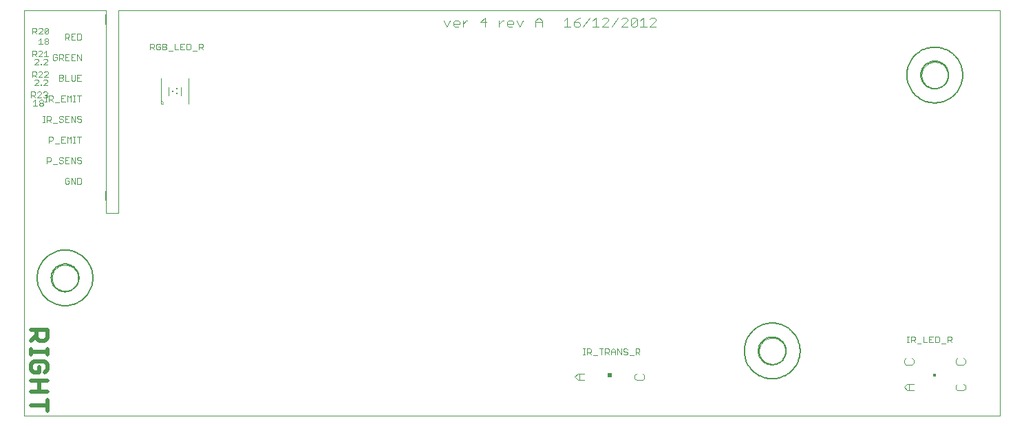
<source format=gto>
G75*
G70*
%OFA0B0*%
%FSLAX24Y24*%
%IPPOS*%
%LPD*%
%AMOC8*
5,1,8,0,0,1.08239X$1,22.5*
%
%ADD10C,0.0000*%
%ADD11C,0.0040*%
%ADD12C,0.0080*%
%ADD13C,0.0030*%
%ADD14C,0.0200*%
%ADD15R,0.0098X0.0098*%
%ADD16R,0.0197X0.0197*%
%ADD17C,0.0060*%
%ADD18R,0.0157X0.0157*%
D10*
X000204Y000467D02*
X000204Y020152D01*
X004141Y020152D01*
X004141Y010310D01*
X004771Y010310D01*
X004771Y020152D01*
X047448Y020152D01*
X047448Y000467D01*
X000204Y000467D01*
X001543Y007160D02*
X001545Y007210D01*
X001551Y007260D01*
X001561Y007309D01*
X001575Y007357D01*
X001592Y007404D01*
X001613Y007449D01*
X001638Y007493D01*
X001666Y007534D01*
X001698Y007573D01*
X001732Y007610D01*
X001769Y007644D01*
X001809Y007674D01*
X001851Y007701D01*
X001895Y007725D01*
X001941Y007746D01*
X001988Y007762D01*
X002036Y007775D01*
X002086Y007784D01*
X002135Y007789D01*
X002186Y007790D01*
X002236Y007787D01*
X002285Y007780D01*
X002334Y007769D01*
X002382Y007754D01*
X002428Y007736D01*
X002473Y007714D01*
X002516Y007688D01*
X002557Y007659D01*
X002596Y007627D01*
X002632Y007592D01*
X002664Y007554D01*
X002694Y007514D01*
X002721Y007471D01*
X002744Y007427D01*
X002763Y007381D01*
X002779Y007333D01*
X002791Y007284D01*
X002799Y007235D01*
X002803Y007185D01*
X002803Y007135D01*
X002799Y007085D01*
X002791Y007036D01*
X002779Y006987D01*
X002763Y006939D01*
X002744Y006893D01*
X002721Y006849D01*
X002694Y006806D01*
X002664Y006766D01*
X002632Y006728D01*
X002596Y006693D01*
X002557Y006661D01*
X002516Y006632D01*
X002473Y006606D01*
X002428Y006584D01*
X002382Y006566D01*
X002334Y006551D01*
X002285Y006540D01*
X002236Y006533D01*
X002186Y006530D01*
X002135Y006531D01*
X002086Y006536D01*
X002036Y006545D01*
X001988Y006558D01*
X001941Y006574D01*
X001895Y006595D01*
X001851Y006619D01*
X001809Y006646D01*
X001769Y006676D01*
X001732Y006710D01*
X001698Y006747D01*
X001666Y006786D01*
X001638Y006827D01*
X001613Y006871D01*
X001592Y006916D01*
X001575Y006963D01*
X001561Y007011D01*
X001551Y007060D01*
X001545Y007110D01*
X001543Y007160D01*
X035795Y003617D02*
X035797Y003667D01*
X035803Y003717D01*
X035813Y003766D01*
X035827Y003814D01*
X035844Y003861D01*
X035865Y003906D01*
X035890Y003950D01*
X035918Y003991D01*
X035950Y004030D01*
X035984Y004067D01*
X036021Y004101D01*
X036061Y004131D01*
X036103Y004158D01*
X036147Y004182D01*
X036193Y004203D01*
X036240Y004219D01*
X036288Y004232D01*
X036338Y004241D01*
X036387Y004246D01*
X036438Y004247D01*
X036488Y004244D01*
X036537Y004237D01*
X036586Y004226D01*
X036634Y004211D01*
X036680Y004193D01*
X036725Y004171D01*
X036768Y004145D01*
X036809Y004116D01*
X036848Y004084D01*
X036884Y004049D01*
X036916Y004011D01*
X036946Y003971D01*
X036973Y003928D01*
X036996Y003884D01*
X037015Y003838D01*
X037031Y003790D01*
X037043Y003741D01*
X037051Y003692D01*
X037055Y003642D01*
X037055Y003592D01*
X037051Y003542D01*
X037043Y003493D01*
X037031Y003444D01*
X037015Y003396D01*
X036996Y003350D01*
X036973Y003306D01*
X036946Y003263D01*
X036916Y003223D01*
X036884Y003185D01*
X036848Y003150D01*
X036809Y003118D01*
X036768Y003089D01*
X036725Y003063D01*
X036680Y003041D01*
X036634Y003023D01*
X036586Y003008D01*
X036537Y002997D01*
X036488Y002990D01*
X036438Y002987D01*
X036387Y002988D01*
X036338Y002993D01*
X036288Y003002D01*
X036240Y003015D01*
X036193Y003031D01*
X036147Y003052D01*
X036103Y003076D01*
X036061Y003103D01*
X036021Y003133D01*
X035984Y003167D01*
X035950Y003204D01*
X035918Y003243D01*
X035890Y003284D01*
X035865Y003328D01*
X035844Y003373D01*
X035827Y003420D01*
X035813Y003468D01*
X035803Y003517D01*
X035797Y003567D01*
X035795Y003617D01*
X043669Y017003D02*
X043671Y017053D01*
X043677Y017103D01*
X043687Y017152D01*
X043701Y017200D01*
X043718Y017247D01*
X043739Y017292D01*
X043764Y017336D01*
X043792Y017377D01*
X043824Y017416D01*
X043858Y017453D01*
X043895Y017487D01*
X043935Y017517D01*
X043977Y017544D01*
X044021Y017568D01*
X044067Y017589D01*
X044114Y017605D01*
X044162Y017618D01*
X044212Y017627D01*
X044261Y017632D01*
X044312Y017633D01*
X044362Y017630D01*
X044411Y017623D01*
X044460Y017612D01*
X044508Y017597D01*
X044554Y017579D01*
X044599Y017557D01*
X044642Y017531D01*
X044683Y017502D01*
X044722Y017470D01*
X044758Y017435D01*
X044790Y017397D01*
X044820Y017357D01*
X044847Y017314D01*
X044870Y017270D01*
X044889Y017224D01*
X044905Y017176D01*
X044917Y017127D01*
X044925Y017078D01*
X044929Y017028D01*
X044929Y016978D01*
X044925Y016928D01*
X044917Y016879D01*
X044905Y016830D01*
X044889Y016782D01*
X044870Y016736D01*
X044847Y016692D01*
X044820Y016649D01*
X044790Y016609D01*
X044758Y016571D01*
X044722Y016536D01*
X044683Y016504D01*
X044642Y016475D01*
X044599Y016449D01*
X044554Y016427D01*
X044508Y016409D01*
X044460Y016394D01*
X044411Y016383D01*
X044362Y016376D01*
X044312Y016373D01*
X044261Y016374D01*
X044212Y016379D01*
X044162Y016388D01*
X044114Y016401D01*
X044067Y016417D01*
X044021Y016438D01*
X043977Y016462D01*
X043935Y016489D01*
X043895Y016519D01*
X043858Y016553D01*
X043824Y016590D01*
X043792Y016629D01*
X043764Y016670D01*
X043739Y016714D01*
X043718Y016759D01*
X043701Y016806D01*
X043687Y016854D01*
X043677Y016903D01*
X043671Y016953D01*
X043669Y017003D01*
D11*
X030801Y019327D02*
X030494Y019327D01*
X030801Y019634D01*
X030801Y019711D01*
X030724Y019788D01*
X030571Y019788D01*
X030494Y019711D01*
X030187Y019788D02*
X030187Y019327D01*
X030034Y019327D02*
X030340Y019327D01*
X030034Y019634D02*
X030187Y019788D01*
X029880Y019711D02*
X029573Y019404D01*
X029650Y019327D01*
X029803Y019327D01*
X029880Y019404D01*
X029880Y019711D01*
X029803Y019788D01*
X029650Y019788D01*
X029573Y019711D01*
X029573Y019404D01*
X029420Y019327D02*
X029113Y019327D01*
X029420Y019634D01*
X029420Y019711D01*
X029343Y019788D01*
X029189Y019788D01*
X029113Y019711D01*
X028959Y019788D02*
X028652Y019327D01*
X028499Y019327D02*
X028192Y019327D01*
X028499Y019634D01*
X028499Y019711D01*
X028422Y019788D01*
X028269Y019788D01*
X028192Y019711D01*
X027885Y019788D02*
X027885Y019327D01*
X027732Y019327D02*
X028039Y019327D01*
X027732Y019634D02*
X027885Y019788D01*
X027578Y019788D02*
X027271Y019327D01*
X027118Y019404D02*
X027118Y019481D01*
X027041Y019558D01*
X026811Y019558D01*
X026811Y019404D01*
X026888Y019327D01*
X027041Y019327D01*
X027118Y019404D01*
X026964Y019711D02*
X026811Y019558D01*
X026964Y019711D02*
X027118Y019788D01*
X026504Y019788D02*
X026350Y019634D01*
X026504Y019788D02*
X026504Y019327D01*
X026657Y019327D02*
X026350Y019327D01*
X025276Y019327D02*
X025276Y019634D01*
X025123Y019788D01*
X024969Y019634D01*
X024969Y019327D01*
X024969Y019558D02*
X025276Y019558D01*
X024355Y019634D02*
X024202Y019327D01*
X024048Y019634D01*
X023895Y019558D02*
X023895Y019481D01*
X023588Y019481D01*
X023588Y019404D02*
X023588Y019558D01*
X023665Y019634D01*
X023818Y019634D01*
X023895Y019558D01*
X023818Y019327D02*
X023665Y019327D01*
X023588Y019404D01*
X023435Y019634D02*
X023358Y019634D01*
X023204Y019481D01*
X023204Y019634D02*
X023204Y019327D01*
X022591Y019558D02*
X022284Y019558D01*
X022514Y019788D01*
X022514Y019327D01*
X021670Y019634D02*
X021593Y019634D01*
X021440Y019481D01*
X021440Y019634D02*
X021440Y019327D01*
X021286Y019481D02*
X021286Y019558D01*
X021209Y019634D01*
X021056Y019634D01*
X020979Y019558D01*
X020979Y019404D01*
X021056Y019327D01*
X021209Y019327D01*
X021286Y019481D02*
X020979Y019481D01*
X020826Y019634D02*
X020672Y019327D01*
X020519Y019634D01*
X008157Y016826D02*
X008157Y015605D01*
X007793Y016009D02*
X007793Y016422D01*
X007183Y016422D02*
X007183Y016009D01*
X006917Y015684D02*
X006819Y015782D01*
X006819Y016826D01*
X006819Y015782D02*
X006819Y015605D01*
X006907Y015605D01*
X026870Y002359D02*
X027024Y002513D01*
X027331Y002513D01*
X027101Y002513D02*
X027101Y002206D01*
X027024Y002206D02*
X026870Y002359D01*
X027024Y002206D02*
X027331Y002206D01*
X029770Y002283D02*
X029847Y002206D01*
X030154Y002206D01*
X030231Y002283D01*
X030231Y002436D01*
X030154Y002513D01*
X029847Y002513D02*
X029770Y002436D01*
X029770Y002283D01*
X042818Y001859D02*
X042972Y002013D01*
X043279Y002013D01*
X043049Y002013D02*
X043049Y001706D01*
X042972Y001706D02*
X042818Y001859D01*
X042972Y001706D02*
X043279Y001706D01*
X045318Y001783D02*
X045395Y001706D01*
X045702Y001706D01*
X045779Y001783D01*
X045779Y001936D01*
X045702Y002013D01*
X045395Y002013D02*
X045318Y001936D01*
X045318Y001783D01*
X045395Y002956D02*
X045702Y002956D01*
X045779Y003033D01*
X045779Y003186D01*
X045702Y003263D01*
X045395Y003263D02*
X045318Y003186D01*
X045318Y003033D01*
X045395Y002956D01*
X043279Y003033D02*
X043279Y003186D01*
X043202Y003263D01*
X042895Y003263D02*
X042818Y003186D01*
X042818Y003033D01*
X042895Y002956D01*
X043202Y002956D01*
X043279Y003033D01*
D12*
X035756Y003617D02*
X035758Y003668D01*
X035764Y003719D01*
X035774Y003769D01*
X035787Y003819D01*
X035805Y003867D01*
X035825Y003914D01*
X035850Y003959D01*
X035878Y004002D01*
X035909Y004043D01*
X035943Y004081D01*
X035980Y004116D01*
X036019Y004149D01*
X036061Y004179D01*
X036105Y004205D01*
X036151Y004227D01*
X036199Y004247D01*
X036248Y004262D01*
X036298Y004274D01*
X036348Y004282D01*
X036399Y004286D01*
X036451Y004286D01*
X036502Y004282D01*
X036552Y004274D01*
X036602Y004262D01*
X036651Y004247D01*
X036699Y004227D01*
X036745Y004205D01*
X036789Y004179D01*
X036831Y004149D01*
X036870Y004116D01*
X036907Y004081D01*
X036941Y004043D01*
X036972Y004002D01*
X037000Y003959D01*
X037025Y003914D01*
X037045Y003867D01*
X037063Y003819D01*
X037076Y003769D01*
X037086Y003719D01*
X037092Y003668D01*
X037094Y003617D01*
X037092Y003566D01*
X037086Y003515D01*
X037076Y003465D01*
X037063Y003415D01*
X037045Y003367D01*
X037025Y003320D01*
X037000Y003275D01*
X036972Y003232D01*
X036941Y003191D01*
X036907Y003153D01*
X036870Y003118D01*
X036831Y003085D01*
X036789Y003055D01*
X036745Y003029D01*
X036699Y003007D01*
X036651Y002987D01*
X036602Y002972D01*
X036552Y002960D01*
X036502Y002952D01*
X036451Y002948D01*
X036399Y002948D01*
X036348Y002952D01*
X036298Y002960D01*
X036248Y002972D01*
X036199Y002987D01*
X036151Y003007D01*
X036105Y003029D01*
X036061Y003055D01*
X036019Y003085D01*
X035980Y003118D01*
X035943Y003153D01*
X035909Y003191D01*
X035878Y003232D01*
X035850Y003275D01*
X035825Y003320D01*
X035805Y003367D01*
X035787Y003415D01*
X035774Y003465D01*
X035764Y003515D01*
X035758Y003566D01*
X035756Y003617D01*
X043630Y017003D02*
X043632Y017054D01*
X043638Y017105D01*
X043648Y017155D01*
X043661Y017205D01*
X043679Y017253D01*
X043699Y017300D01*
X043724Y017345D01*
X043752Y017388D01*
X043783Y017429D01*
X043817Y017467D01*
X043854Y017502D01*
X043893Y017535D01*
X043935Y017565D01*
X043979Y017591D01*
X044025Y017613D01*
X044073Y017633D01*
X044122Y017648D01*
X044172Y017660D01*
X044222Y017668D01*
X044273Y017672D01*
X044325Y017672D01*
X044376Y017668D01*
X044426Y017660D01*
X044476Y017648D01*
X044525Y017633D01*
X044573Y017613D01*
X044619Y017591D01*
X044663Y017565D01*
X044705Y017535D01*
X044744Y017502D01*
X044781Y017467D01*
X044815Y017429D01*
X044846Y017388D01*
X044874Y017345D01*
X044899Y017300D01*
X044919Y017253D01*
X044937Y017205D01*
X044950Y017155D01*
X044960Y017105D01*
X044966Y017054D01*
X044968Y017003D01*
X044966Y016952D01*
X044960Y016901D01*
X044950Y016851D01*
X044937Y016801D01*
X044919Y016753D01*
X044899Y016706D01*
X044874Y016661D01*
X044846Y016618D01*
X044815Y016577D01*
X044781Y016539D01*
X044744Y016504D01*
X044705Y016471D01*
X044663Y016441D01*
X044619Y016415D01*
X044573Y016393D01*
X044525Y016373D01*
X044476Y016358D01*
X044426Y016346D01*
X044376Y016338D01*
X044325Y016334D01*
X044273Y016334D01*
X044222Y016338D01*
X044172Y016346D01*
X044122Y016358D01*
X044073Y016373D01*
X044025Y016393D01*
X043979Y016415D01*
X043935Y016441D01*
X043893Y016471D01*
X043854Y016504D01*
X043817Y016539D01*
X043783Y016577D01*
X043752Y016618D01*
X043724Y016661D01*
X043699Y016706D01*
X043679Y016753D01*
X043661Y016801D01*
X043648Y016851D01*
X043638Y016901D01*
X043632Y016952D01*
X043630Y017003D01*
X004148Y019468D02*
X004148Y019928D01*
X004148Y011388D02*
X004148Y010928D01*
X001504Y007160D02*
X001506Y007211D01*
X001512Y007262D01*
X001522Y007312D01*
X001535Y007362D01*
X001553Y007410D01*
X001573Y007457D01*
X001598Y007502D01*
X001626Y007545D01*
X001657Y007586D01*
X001691Y007624D01*
X001728Y007659D01*
X001767Y007692D01*
X001809Y007722D01*
X001853Y007748D01*
X001899Y007770D01*
X001947Y007790D01*
X001996Y007805D01*
X002046Y007817D01*
X002096Y007825D01*
X002147Y007829D01*
X002199Y007829D01*
X002250Y007825D01*
X002300Y007817D01*
X002350Y007805D01*
X002399Y007790D01*
X002447Y007770D01*
X002493Y007748D01*
X002537Y007722D01*
X002579Y007692D01*
X002618Y007659D01*
X002655Y007624D01*
X002689Y007586D01*
X002720Y007545D01*
X002748Y007502D01*
X002773Y007457D01*
X002793Y007410D01*
X002811Y007362D01*
X002824Y007312D01*
X002834Y007262D01*
X002840Y007211D01*
X002842Y007160D01*
X002840Y007109D01*
X002834Y007058D01*
X002824Y007008D01*
X002811Y006958D01*
X002793Y006910D01*
X002773Y006863D01*
X002748Y006818D01*
X002720Y006775D01*
X002689Y006734D01*
X002655Y006696D01*
X002618Y006661D01*
X002579Y006628D01*
X002537Y006598D01*
X002493Y006572D01*
X002447Y006550D01*
X002399Y006530D01*
X002350Y006515D01*
X002300Y006503D01*
X002250Y006495D01*
X002199Y006491D01*
X002147Y006491D01*
X002096Y006495D01*
X002046Y006503D01*
X001996Y006515D01*
X001947Y006530D01*
X001899Y006550D01*
X001853Y006572D01*
X001809Y006598D01*
X001767Y006628D01*
X001728Y006661D01*
X001691Y006696D01*
X001657Y006734D01*
X001626Y006775D01*
X001598Y006818D01*
X001573Y006863D01*
X001553Y006910D01*
X001535Y006958D01*
X001522Y007008D01*
X001512Y007058D01*
X001506Y007109D01*
X001504Y007160D01*
D13*
X002227Y011723D02*
X002324Y011723D01*
X002372Y011771D01*
X002372Y011868D01*
X002275Y011868D01*
X002179Y011965D02*
X002179Y011771D01*
X002227Y011723D01*
X002473Y011723D02*
X002473Y012013D01*
X002667Y011723D01*
X002667Y012013D01*
X002768Y012013D02*
X002913Y012013D01*
X002962Y011965D01*
X002962Y011771D01*
X002913Y011723D01*
X002768Y011723D01*
X002768Y012013D01*
X002372Y011965D02*
X002324Y012013D01*
X002227Y012013D01*
X002179Y011965D01*
X002179Y012723D02*
X002372Y012723D01*
X002473Y012723D02*
X002473Y013013D01*
X002667Y012723D01*
X002667Y013013D01*
X002768Y012965D02*
X002816Y013013D01*
X002913Y013013D01*
X002962Y012965D01*
X002913Y012868D02*
X002962Y012820D01*
X002962Y012771D01*
X002913Y012723D01*
X002816Y012723D01*
X002768Y012771D01*
X002816Y012868D02*
X002913Y012868D01*
X002816Y012868D02*
X002768Y012917D01*
X002768Y012965D01*
X002372Y013013D02*
X002179Y013013D01*
X002179Y012723D01*
X002078Y012771D02*
X002029Y012723D01*
X001932Y012723D01*
X001884Y012771D01*
X001932Y012868D02*
X001884Y012917D01*
X001884Y012965D01*
X001932Y013013D01*
X002029Y013013D01*
X002078Y012965D01*
X002029Y012868D02*
X002078Y012820D01*
X002078Y012771D01*
X002029Y012868D02*
X001932Y012868D01*
X001783Y012675D02*
X001589Y012675D01*
X001440Y012820D02*
X001295Y012820D01*
X001295Y012723D02*
X001295Y013013D01*
X001440Y013013D01*
X001488Y012965D01*
X001488Y012868D01*
X001440Y012820D01*
X002179Y012868D02*
X002275Y012868D01*
X002277Y013723D02*
X002277Y014013D01*
X002374Y013917D01*
X002470Y014013D01*
X002470Y013723D01*
X002572Y013723D02*
X002668Y013723D01*
X002620Y013723D02*
X002620Y014013D01*
X002572Y014013D02*
X002668Y014013D01*
X002768Y014013D02*
X002962Y014013D01*
X002865Y014013D02*
X002865Y013723D01*
X002176Y013723D02*
X001982Y013723D01*
X001982Y014013D01*
X002176Y014013D01*
X002079Y013868D02*
X001982Y013868D01*
X001881Y013675D02*
X001688Y013675D01*
X001538Y013820D02*
X001393Y013820D01*
X001393Y013723D02*
X001393Y014013D01*
X001538Y014013D01*
X001586Y013965D01*
X001586Y013868D01*
X001538Y013820D01*
X001589Y014675D02*
X001783Y014675D01*
X001884Y014771D02*
X001932Y014723D01*
X002029Y014723D01*
X002078Y014771D01*
X002078Y014820D01*
X002029Y014868D01*
X001932Y014868D01*
X001884Y014917D01*
X001884Y014965D01*
X001932Y015013D01*
X002029Y015013D01*
X002078Y014965D01*
X002179Y015013D02*
X002179Y014723D01*
X002372Y014723D01*
X002473Y014723D02*
X002473Y015013D01*
X002667Y014723D01*
X002667Y015013D01*
X002768Y014965D02*
X002768Y014917D01*
X002816Y014868D01*
X002913Y014868D01*
X002962Y014820D01*
X002962Y014771D01*
X002913Y014723D01*
X002816Y014723D01*
X002768Y014771D01*
X002768Y014965D02*
X002816Y015013D01*
X002913Y015013D01*
X002962Y014965D01*
X002372Y015013D02*
X002179Y015013D01*
X002179Y014868D02*
X002275Y014868D01*
X001488Y014868D02*
X001440Y014820D01*
X001295Y014820D01*
X001392Y014820D02*
X001488Y014723D01*
X001488Y014868D02*
X001488Y014965D01*
X001440Y015013D01*
X001295Y015013D01*
X001295Y014723D01*
X001195Y014723D02*
X001098Y014723D01*
X001147Y014723D02*
X001147Y015013D01*
X001195Y015013D02*
X001098Y015013D01*
X001072Y015508D02*
X000975Y015508D01*
X000927Y015556D01*
X000927Y015604D01*
X000975Y015653D01*
X001072Y015653D01*
X001120Y015604D01*
X001120Y015556D01*
X001072Y015508D01*
X001072Y015653D02*
X001120Y015701D01*
X001120Y015749D01*
X001072Y015798D01*
X000975Y015798D01*
X000927Y015749D01*
X000927Y015701D01*
X000975Y015653D01*
X000826Y015508D02*
X000632Y015508D01*
X000729Y015508D02*
X000729Y015798D01*
X000632Y015701D01*
X000726Y015908D02*
X000629Y016004D01*
X000677Y016004D02*
X000532Y016004D01*
X000532Y015908D02*
X000532Y016198D01*
X000677Y016198D01*
X000726Y016149D01*
X000726Y016053D01*
X000677Y016004D01*
X000827Y015908D02*
X001020Y016101D01*
X001020Y016149D01*
X000972Y016198D01*
X000875Y016198D01*
X000827Y016149D01*
X000827Y015908D02*
X001020Y015908D01*
X001122Y015956D02*
X001170Y015908D01*
X001267Y015908D01*
X001315Y015956D01*
X001315Y016004D01*
X001267Y016053D01*
X001218Y016053D01*
X001197Y016013D02*
X001293Y016013D01*
X001267Y016053D02*
X001315Y016101D01*
X001315Y016149D01*
X001267Y016198D01*
X001170Y016198D01*
X001122Y016149D01*
X001245Y016013D02*
X001245Y015723D01*
X001197Y015723D02*
X001293Y015723D01*
X001393Y015723D02*
X001393Y016013D01*
X001538Y016013D01*
X001586Y015965D01*
X001586Y015868D01*
X001538Y015820D01*
X001393Y015820D01*
X001490Y015820D02*
X001586Y015723D01*
X001688Y015675D02*
X001881Y015675D01*
X001982Y015723D02*
X001982Y016013D01*
X002176Y016013D01*
X002277Y016013D02*
X002374Y015917D01*
X002470Y016013D01*
X002470Y015723D01*
X002572Y015723D02*
X002668Y015723D01*
X002620Y015723D02*
X002620Y016013D01*
X002572Y016013D02*
X002668Y016013D01*
X002768Y016013D02*
X002962Y016013D01*
X002865Y016013D02*
X002865Y015723D01*
X002277Y015723D02*
X002277Y016013D01*
X002079Y015868D02*
X001982Y015868D01*
X001982Y015723D02*
X002176Y015723D01*
X001315Y016494D02*
X001122Y016494D01*
X001315Y016688D01*
X001315Y016736D01*
X001267Y016784D01*
X001170Y016784D01*
X001122Y016736D01*
X001169Y016894D02*
X001363Y017088D01*
X001363Y017136D01*
X001314Y017184D01*
X001218Y017184D01*
X001169Y017136D01*
X001068Y017136D02*
X001020Y017184D01*
X000923Y017184D01*
X000875Y017136D01*
X000773Y017136D02*
X000773Y017039D01*
X000725Y016991D01*
X000580Y016991D01*
X000677Y016991D02*
X000773Y016894D01*
X000875Y016894D02*
X001068Y017088D01*
X001068Y017136D01*
X001068Y016894D02*
X000875Y016894D01*
X000825Y016784D02*
X000728Y016784D01*
X000680Y016736D01*
X000825Y016784D02*
X000873Y016736D01*
X000873Y016688D01*
X000680Y016494D01*
X000873Y016494D01*
X000975Y016494D02*
X001023Y016494D01*
X001023Y016543D01*
X000975Y016543D01*
X000975Y016494D01*
X001884Y016723D02*
X002029Y016723D01*
X002078Y016771D01*
X002078Y016820D01*
X002029Y016868D01*
X001884Y016868D01*
X001884Y016723D02*
X001884Y017013D01*
X002029Y017013D01*
X002078Y016965D01*
X002078Y016917D01*
X002029Y016868D01*
X002179Y016723D02*
X002372Y016723D01*
X002473Y016771D02*
X002473Y017013D01*
X002667Y017013D02*
X002667Y016771D01*
X002618Y016723D01*
X002522Y016723D01*
X002473Y016771D01*
X002179Y016723D02*
X002179Y017013D01*
X002768Y017013D02*
X002768Y016723D01*
X002962Y016723D01*
X002865Y016868D02*
X002768Y016868D01*
X002768Y017013D02*
X002962Y017013D01*
X002962Y017723D02*
X002962Y018013D01*
X002768Y018013D02*
X002768Y017723D01*
X002667Y017723D02*
X002473Y017723D01*
X002473Y018013D01*
X002667Y018013D01*
X002768Y018013D02*
X002962Y017723D01*
X002570Y017868D02*
X002473Y017868D01*
X002372Y017723D02*
X002179Y017723D01*
X002179Y018013D01*
X002372Y018013D01*
X002275Y017868D02*
X002179Y017868D01*
X002078Y017868D02*
X002029Y017820D01*
X001884Y017820D01*
X001981Y017820D02*
X002078Y017723D01*
X002078Y017868D02*
X002078Y017965D01*
X002029Y018013D01*
X001884Y018013D01*
X001884Y017723D01*
X001783Y017771D02*
X001783Y017868D01*
X001686Y017868D01*
X001589Y017771D02*
X001638Y017723D01*
X001735Y017723D01*
X001783Y017771D01*
X001589Y017771D02*
X001589Y017965D01*
X001638Y018013D01*
X001735Y018013D01*
X001783Y017965D01*
X001364Y017895D02*
X001171Y017895D01*
X001268Y017895D02*
X001268Y018186D01*
X001171Y018089D01*
X001070Y018089D02*
X001070Y018137D01*
X001021Y018186D01*
X000925Y018186D01*
X000876Y018137D01*
X000775Y018137D02*
X000775Y018040D01*
X000727Y017992D01*
X000581Y017992D01*
X000581Y017895D02*
X000581Y018186D01*
X000727Y018186D01*
X000775Y018137D01*
X000678Y017992D02*
X000775Y017895D01*
X000876Y017895D02*
X001070Y018089D01*
X001070Y017895D02*
X000876Y017895D01*
X000827Y017786D02*
X000730Y017786D01*
X000681Y017737D01*
X000827Y017786D02*
X000875Y017737D01*
X000875Y017689D01*
X000681Y017495D01*
X000875Y017495D01*
X000976Y017495D02*
X001025Y017495D01*
X001025Y017544D01*
X000976Y017544D01*
X000976Y017495D01*
X001123Y017495D02*
X001317Y017689D01*
X001317Y017737D01*
X001269Y017786D01*
X001172Y017786D01*
X001123Y017737D01*
X001123Y017495D02*
X001317Y017495D01*
X000773Y017136D02*
X000725Y017184D01*
X000580Y017184D01*
X000580Y016894D01*
X001169Y016894D02*
X001363Y016894D01*
X001322Y018496D02*
X001225Y018496D01*
X001177Y018545D01*
X001177Y018593D01*
X001225Y018642D01*
X001322Y018642D01*
X001370Y018593D01*
X001370Y018545D01*
X001322Y018496D01*
X001322Y018642D02*
X001370Y018690D01*
X001370Y018738D01*
X001322Y018787D01*
X001225Y018787D01*
X001177Y018738D01*
X001177Y018690D01*
X001225Y018642D01*
X001076Y018496D02*
X000882Y018496D01*
X000979Y018496D02*
X000979Y018787D01*
X000882Y018690D01*
X000883Y018996D02*
X001077Y019190D01*
X001077Y019238D01*
X001028Y019287D01*
X000932Y019287D01*
X000883Y019238D01*
X000782Y019238D02*
X000782Y019142D01*
X000734Y019093D01*
X000588Y019093D01*
X000588Y018996D02*
X000588Y019287D01*
X000734Y019287D01*
X000782Y019238D01*
X000685Y019093D02*
X000782Y018996D01*
X000883Y018996D02*
X001077Y018996D01*
X001178Y019045D02*
X001371Y019238D01*
X001371Y019045D01*
X001323Y018996D01*
X001226Y018996D01*
X001178Y019045D01*
X001178Y019238D01*
X001226Y019287D01*
X001323Y019287D01*
X001371Y019238D01*
X002179Y019013D02*
X002179Y018723D01*
X002179Y018820D02*
X002324Y018820D01*
X002372Y018868D01*
X002372Y018965D01*
X002324Y019013D01*
X002179Y019013D01*
X002275Y018820D02*
X002372Y018723D01*
X002473Y018723D02*
X002473Y019013D01*
X002667Y019013D01*
X002768Y019013D02*
X002913Y019013D01*
X002962Y018965D01*
X002962Y018771D01*
X002913Y018723D01*
X002768Y018723D01*
X002768Y019013D01*
X002570Y018868D02*
X002473Y018868D01*
X002473Y018723D02*
X002667Y018723D01*
X006298Y018523D02*
X006298Y018233D01*
X006298Y018330D02*
X006444Y018330D01*
X006492Y018378D01*
X006492Y018475D01*
X006444Y018523D01*
X006298Y018523D01*
X006395Y018330D02*
X006492Y018233D01*
X006593Y018281D02*
X006642Y018233D01*
X006738Y018233D01*
X006787Y018281D01*
X006787Y018378D01*
X006690Y018378D01*
X006787Y018475D02*
X006738Y018523D01*
X006642Y018523D01*
X006593Y018475D01*
X006593Y018281D01*
X006888Y018233D02*
X007033Y018233D01*
X007081Y018281D01*
X007081Y018330D01*
X007033Y018378D01*
X006888Y018378D01*
X007033Y018378D02*
X007081Y018426D01*
X007081Y018475D01*
X007033Y018523D01*
X006888Y018523D01*
X006888Y018233D01*
X007182Y018184D02*
X007376Y018184D01*
X007477Y018233D02*
X007671Y018233D01*
X007772Y018233D02*
X007965Y018233D01*
X008066Y018233D02*
X008212Y018233D01*
X008260Y018281D01*
X008260Y018475D01*
X008212Y018523D01*
X008066Y018523D01*
X008066Y018233D01*
X007868Y018378D02*
X007772Y018378D01*
X007772Y018523D02*
X007772Y018233D01*
X007477Y018233D02*
X007477Y018523D01*
X007772Y018523D02*
X007965Y018523D01*
X008361Y018184D02*
X008555Y018184D01*
X008656Y018233D02*
X008656Y018523D01*
X008801Y018523D01*
X008849Y018475D01*
X008849Y018378D01*
X008801Y018330D01*
X008656Y018330D01*
X008752Y018330D02*
X008849Y018233D01*
X027258Y003731D02*
X027354Y003731D01*
X027306Y003731D02*
X027306Y003441D01*
X027258Y003441D02*
X027354Y003441D01*
X027454Y003441D02*
X027454Y003731D01*
X027599Y003731D01*
X027647Y003683D01*
X027647Y003586D01*
X027599Y003538D01*
X027454Y003538D01*
X027551Y003538D02*
X027647Y003441D01*
X027749Y003393D02*
X027942Y003393D01*
X028140Y003441D02*
X028140Y003731D01*
X028043Y003731D02*
X028237Y003731D01*
X028338Y003731D02*
X028483Y003731D01*
X028531Y003683D01*
X028531Y003586D01*
X028483Y003538D01*
X028338Y003538D01*
X028435Y003538D02*
X028531Y003441D01*
X028633Y003441D02*
X028633Y003634D01*
X028729Y003731D01*
X028826Y003634D01*
X028826Y003441D01*
X028927Y003441D02*
X028927Y003731D01*
X029121Y003441D01*
X029121Y003731D01*
X029222Y003683D02*
X029222Y003634D01*
X029270Y003586D01*
X029367Y003586D01*
X029415Y003538D01*
X029415Y003489D01*
X029367Y003441D01*
X029270Y003441D01*
X029222Y003489D01*
X029222Y003683D02*
X029270Y003731D01*
X029367Y003731D01*
X029415Y003683D01*
X029811Y003731D02*
X029956Y003731D01*
X030005Y003683D01*
X030005Y003586D01*
X029956Y003538D01*
X029811Y003538D01*
X029908Y003538D02*
X030005Y003441D01*
X029811Y003441D02*
X029811Y003731D01*
X029710Y003393D02*
X029517Y003393D01*
X028826Y003586D02*
X028633Y003586D01*
X028338Y003441D02*
X028338Y003731D01*
X042955Y004031D02*
X043052Y004031D01*
X043003Y004031D02*
X043003Y004321D01*
X042955Y004321D02*
X043052Y004321D01*
X043151Y004321D02*
X043296Y004321D01*
X043345Y004273D01*
X043345Y004176D01*
X043296Y004128D01*
X043151Y004128D01*
X043248Y004128D02*
X043345Y004031D01*
X043446Y003983D02*
X043639Y003983D01*
X043741Y004031D02*
X043934Y004031D01*
X044035Y004031D02*
X044229Y004031D01*
X044330Y004031D02*
X044475Y004031D01*
X044523Y004079D01*
X044523Y004273D01*
X044475Y004321D01*
X044330Y004321D01*
X044330Y004031D01*
X044132Y004176D02*
X044035Y004176D01*
X044035Y004321D02*
X044035Y004031D01*
X043741Y004031D02*
X043741Y004321D01*
X044035Y004321D02*
X044229Y004321D01*
X044625Y003983D02*
X044818Y003983D01*
X044919Y004031D02*
X044919Y004321D01*
X045064Y004321D01*
X045113Y004273D01*
X045113Y004176D01*
X045064Y004128D01*
X044919Y004128D01*
X045016Y004128D02*
X045113Y004031D01*
X043151Y004031D02*
X043151Y004321D01*
D14*
X001334Y004230D02*
X001201Y004097D01*
X000934Y004097D01*
X000800Y004230D01*
X000800Y004630D01*
X000800Y004363D02*
X000533Y004097D01*
X001334Y004230D02*
X001334Y004630D01*
X000533Y004630D01*
X000533Y003710D02*
X000533Y003443D01*
X000533Y003576D02*
X001334Y003576D01*
X001334Y003443D02*
X001334Y003710D01*
X001201Y003096D02*
X000667Y003096D01*
X000533Y002962D01*
X000533Y002695D01*
X000667Y002562D01*
X000934Y002562D01*
X000934Y002829D01*
X001201Y003096D02*
X001334Y002962D01*
X001334Y002695D01*
X001201Y002562D01*
X001334Y002175D02*
X000533Y002175D01*
X000934Y002175D02*
X000934Y001641D01*
X001334Y001641D02*
X000533Y001641D01*
X001334Y001254D02*
X001334Y000720D01*
X001334Y000987D02*
X000533Y000987D01*
D15*
X007586Y016097D03*
X007389Y016215D03*
X007586Y016334D03*
D16*
X028551Y002436D03*
D17*
X035075Y003617D02*
X035077Y003690D01*
X035083Y003763D01*
X035093Y003835D01*
X035107Y003907D01*
X035124Y003978D01*
X035146Y004048D01*
X035171Y004117D01*
X035200Y004184D01*
X035232Y004249D01*
X035268Y004313D01*
X035308Y004375D01*
X035350Y004434D01*
X035396Y004491D01*
X035445Y004545D01*
X035497Y004597D01*
X035551Y004646D01*
X035608Y004692D01*
X035667Y004734D01*
X035729Y004774D01*
X035793Y004810D01*
X035858Y004842D01*
X035925Y004871D01*
X035994Y004896D01*
X036064Y004918D01*
X036135Y004935D01*
X036207Y004949D01*
X036279Y004959D01*
X036352Y004965D01*
X036425Y004967D01*
X036498Y004965D01*
X036571Y004959D01*
X036643Y004949D01*
X036715Y004935D01*
X036786Y004918D01*
X036856Y004896D01*
X036925Y004871D01*
X036992Y004842D01*
X037057Y004810D01*
X037121Y004774D01*
X037183Y004734D01*
X037242Y004692D01*
X037299Y004646D01*
X037353Y004597D01*
X037405Y004545D01*
X037454Y004491D01*
X037500Y004434D01*
X037542Y004375D01*
X037582Y004313D01*
X037618Y004249D01*
X037650Y004184D01*
X037679Y004117D01*
X037704Y004048D01*
X037726Y003978D01*
X037743Y003907D01*
X037757Y003835D01*
X037767Y003763D01*
X037773Y003690D01*
X037775Y003617D01*
X037773Y003544D01*
X037767Y003471D01*
X037757Y003399D01*
X037743Y003327D01*
X037726Y003256D01*
X037704Y003186D01*
X037679Y003117D01*
X037650Y003050D01*
X037618Y002985D01*
X037582Y002921D01*
X037542Y002859D01*
X037500Y002800D01*
X037454Y002743D01*
X037405Y002689D01*
X037353Y002637D01*
X037299Y002588D01*
X037242Y002542D01*
X037183Y002500D01*
X037121Y002460D01*
X037057Y002424D01*
X036992Y002392D01*
X036925Y002363D01*
X036856Y002338D01*
X036786Y002316D01*
X036715Y002299D01*
X036643Y002285D01*
X036571Y002275D01*
X036498Y002269D01*
X036425Y002267D01*
X036352Y002269D01*
X036279Y002275D01*
X036207Y002285D01*
X036135Y002299D01*
X036064Y002316D01*
X035994Y002338D01*
X035925Y002363D01*
X035858Y002392D01*
X035793Y002424D01*
X035729Y002460D01*
X035667Y002500D01*
X035608Y002542D01*
X035551Y002588D01*
X035497Y002637D01*
X035445Y002689D01*
X035396Y002743D01*
X035350Y002800D01*
X035308Y002859D01*
X035268Y002921D01*
X035232Y002985D01*
X035200Y003050D01*
X035171Y003117D01*
X035146Y003186D01*
X035124Y003256D01*
X035107Y003327D01*
X035093Y003399D01*
X035083Y003471D01*
X035077Y003544D01*
X035075Y003617D01*
X042949Y017003D02*
X042951Y017076D01*
X042957Y017149D01*
X042967Y017221D01*
X042981Y017293D01*
X042998Y017364D01*
X043020Y017434D01*
X043045Y017503D01*
X043074Y017570D01*
X043106Y017635D01*
X043142Y017699D01*
X043182Y017761D01*
X043224Y017820D01*
X043270Y017877D01*
X043319Y017931D01*
X043371Y017983D01*
X043425Y018032D01*
X043482Y018078D01*
X043541Y018120D01*
X043603Y018160D01*
X043667Y018196D01*
X043732Y018228D01*
X043799Y018257D01*
X043868Y018282D01*
X043938Y018304D01*
X044009Y018321D01*
X044081Y018335D01*
X044153Y018345D01*
X044226Y018351D01*
X044299Y018353D01*
X044372Y018351D01*
X044445Y018345D01*
X044517Y018335D01*
X044589Y018321D01*
X044660Y018304D01*
X044730Y018282D01*
X044799Y018257D01*
X044866Y018228D01*
X044931Y018196D01*
X044995Y018160D01*
X045057Y018120D01*
X045116Y018078D01*
X045173Y018032D01*
X045227Y017983D01*
X045279Y017931D01*
X045328Y017877D01*
X045374Y017820D01*
X045416Y017761D01*
X045456Y017699D01*
X045492Y017635D01*
X045524Y017570D01*
X045553Y017503D01*
X045578Y017434D01*
X045600Y017364D01*
X045617Y017293D01*
X045631Y017221D01*
X045641Y017149D01*
X045647Y017076D01*
X045649Y017003D01*
X045647Y016930D01*
X045641Y016857D01*
X045631Y016785D01*
X045617Y016713D01*
X045600Y016642D01*
X045578Y016572D01*
X045553Y016503D01*
X045524Y016436D01*
X045492Y016371D01*
X045456Y016307D01*
X045416Y016245D01*
X045374Y016186D01*
X045328Y016129D01*
X045279Y016075D01*
X045227Y016023D01*
X045173Y015974D01*
X045116Y015928D01*
X045057Y015886D01*
X044995Y015846D01*
X044931Y015810D01*
X044866Y015778D01*
X044799Y015749D01*
X044730Y015724D01*
X044660Y015702D01*
X044589Y015685D01*
X044517Y015671D01*
X044445Y015661D01*
X044372Y015655D01*
X044299Y015653D01*
X044226Y015655D01*
X044153Y015661D01*
X044081Y015671D01*
X044009Y015685D01*
X043938Y015702D01*
X043868Y015724D01*
X043799Y015749D01*
X043732Y015778D01*
X043667Y015810D01*
X043603Y015846D01*
X043541Y015886D01*
X043482Y015928D01*
X043425Y015974D01*
X043371Y016023D01*
X043319Y016075D01*
X043270Y016129D01*
X043224Y016186D01*
X043182Y016245D01*
X043142Y016307D01*
X043106Y016371D01*
X043074Y016436D01*
X043045Y016503D01*
X043020Y016572D01*
X042998Y016642D01*
X042981Y016713D01*
X042967Y016785D01*
X042957Y016857D01*
X042951Y016930D01*
X042949Y017003D01*
X000823Y007160D02*
X000825Y007233D01*
X000831Y007306D01*
X000841Y007378D01*
X000855Y007450D01*
X000872Y007521D01*
X000894Y007591D01*
X000919Y007660D01*
X000948Y007727D01*
X000980Y007792D01*
X001016Y007856D01*
X001056Y007918D01*
X001098Y007977D01*
X001144Y008034D01*
X001193Y008088D01*
X001245Y008140D01*
X001299Y008189D01*
X001356Y008235D01*
X001415Y008277D01*
X001477Y008317D01*
X001541Y008353D01*
X001606Y008385D01*
X001673Y008414D01*
X001742Y008439D01*
X001812Y008461D01*
X001883Y008478D01*
X001955Y008492D01*
X002027Y008502D01*
X002100Y008508D01*
X002173Y008510D01*
X002246Y008508D01*
X002319Y008502D01*
X002391Y008492D01*
X002463Y008478D01*
X002534Y008461D01*
X002604Y008439D01*
X002673Y008414D01*
X002740Y008385D01*
X002805Y008353D01*
X002869Y008317D01*
X002931Y008277D01*
X002990Y008235D01*
X003047Y008189D01*
X003101Y008140D01*
X003153Y008088D01*
X003202Y008034D01*
X003248Y007977D01*
X003290Y007918D01*
X003330Y007856D01*
X003366Y007792D01*
X003398Y007727D01*
X003427Y007660D01*
X003452Y007591D01*
X003474Y007521D01*
X003491Y007450D01*
X003505Y007378D01*
X003515Y007306D01*
X003521Y007233D01*
X003523Y007160D01*
X003521Y007087D01*
X003515Y007014D01*
X003505Y006942D01*
X003491Y006870D01*
X003474Y006799D01*
X003452Y006729D01*
X003427Y006660D01*
X003398Y006593D01*
X003366Y006528D01*
X003330Y006464D01*
X003290Y006402D01*
X003248Y006343D01*
X003202Y006286D01*
X003153Y006232D01*
X003101Y006180D01*
X003047Y006131D01*
X002990Y006085D01*
X002931Y006043D01*
X002869Y006003D01*
X002805Y005967D01*
X002740Y005935D01*
X002673Y005906D01*
X002604Y005881D01*
X002534Y005859D01*
X002463Y005842D01*
X002391Y005828D01*
X002319Y005818D01*
X002246Y005812D01*
X002173Y005810D01*
X002100Y005812D01*
X002027Y005818D01*
X001955Y005828D01*
X001883Y005842D01*
X001812Y005859D01*
X001742Y005881D01*
X001673Y005906D01*
X001606Y005935D01*
X001541Y005967D01*
X001477Y006003D01*
X001415Y006043D01*
X001356Y006085D01*
X001299Y006131D01*
X001245Y006180D01*
X001193Y006232D01*
X001144Y006286D01*
X001098Y006343D01*
X001056Y006402D01*
X001016Y006464D01*
X000980Y006528D01*
X000948Y006593D01*
X000919Y006660D01*
X000894Y006729D01*
X000872Y006799D01*
X000855Y006870D01*
X000841Y006942D01*
X000831Y007014D01*
X000825Y007087D01*
X000823Y007160D01*
D18*
X044299Y002436D03*
M02*

</source>
